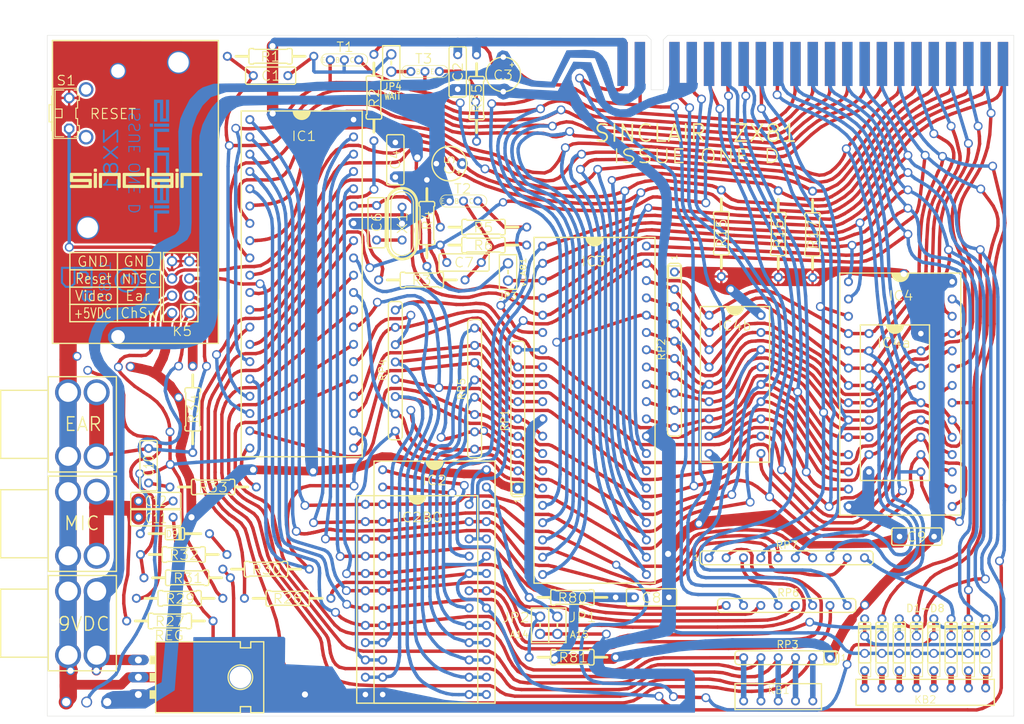
<source format=kicad_pcb>
(kicad_pcb
	(version 20240108)
	(generator "pcbnew")
	(generator_version "8.0")
	(general
		(thickness 1.6)
		(legacy_teardrops no)
	)
	(paper "A")
	(title_block
		(title "ZX81 Issue ONE D")
		(date "2024")
		(company "Sinclair")
	)
	(layers
		(0 "F.Cu" signal)
		(31 "B.Cu" signal)
		(32 "B.Adhes" user "B.Adhesive")
		(33 "F.Adhes" user "F.Adhesive")
		(34 "B.Paste" user)
		(35 "F.Paste" user)
		(36 "B.SilkS" user "B.Silkscreen")
		(37 "F.SilkS" user "F.Silkscreen")
		(38 "B.Mask" user)
		(39 "F.Mask" user)
		(40 "Dwgs.User" user "User.Drawings")
		(41 "Cmts.User" user "User.Comments")
		(42 "Eco1.User" user "User.Eco1")
		(43 "Eco2.User" user "User.Eco2")
		(44 "Edge.Cuts" user)
		(45 "Margin" user)
		(46 "B.CrtYd" user "B.Courtyard")
		(47 "F.CrtYd" user "F.Courtyard")
		(48 "B.Fab" user)
		(49 "F.Fab" user)
		(50 "User.1" user)
		(51 "User.2" user)
		(52 "User.3" user)
		(53 "User.4" user)
		(54 "User.5" user)
		(55 "User.6" user)
		(56 "User.7" user)
		(57 "User.8" user)
		(58 "User.9" user)
	)
	(setup
		(pad_to_mask_clearance 0)
		(allow_soldermask_bridges_in_footprints no)
		(pcbplotparams
			(layerselection 0x00010fc_ffffffff)
			(plot_on_all_layers_selection 0x0000000_00000000)
			(disableapertmacros no)
			(usegerberextensions no)
			(usegerberattributes yes)
			(usegerberadvancedattributes yes)
			(creategerberjobfile yes)
			(dashed_line_dash_ratio 12.000000)
			(dashed_line_gap_ratio 3.000000)
			(svgprecision 4)
			(plotframeref no)
			(viasonmask no)
			(mode 1)
			(useauxorigin no)
			(hpglpennumber 1)
			(hpglpenspeed 20)
			(hpglpendiameter 15.000000)
			(pdf_front_fp_property_popups yes)
			(pdf_back_fp_property_popups yes)
			(dxfpolygonmode yes)
			(dxfimperialunits yes)
			(dxfusepcbnewfont yes)
			(psnegative no)
			(psa4output no)
			(plotreference yes)
			(plotvalue yes)
			(plotfptext yes)
			(plotinvisibletext no)
			(sketchpadsonfab no)
			(subtractmaskfromsilk no)
			(outputformat 1)
			(mirror no)
			(drillshape 0)
			(scaleselection 1)
			(outputdirectory "Test/")
		)
	)
	(net 0 "")
	(net 1 "D0")
	(net 2 "D1")
	(net 3 "D2")
	(net 4 "D3")
	(net 5 "D4")
	(net 6 "D5")
	(net 7 "D6")
	(net 8 "D7")
	(net 9 "D'0")
	(net 10 "D'1")
	(net 11 "D'2")
	(net 12 "D'3")
	(net 13 "D'4")
	(net 14 "D'5")
	(net 15 "D'6")
	(net 16 "D'7")
	(net 17 "+5V")
	(net 18 "GND")
	(net 19 "A0")
	(net 20 "A1")
	(net 21 "A2")
	(net 22 "A3")
	(net 23 "A4")
	(net 24 "A5")
	(net 25 "A7")
	(net 26 "A8")
	(net 27 "A9")
	(net 28 "A10")
	(net 29 "A11")
	(net 30 "A12")
	(net 31 "A13")
	(net 32 "A14")
	(net 33 "A15")
	(net 34 "A'0")
	(net 35 "A'1")
	(net 36 "A'2")
	(net 37 "A'3")
	(net 38 "A'4")
	(net 39 "A'5")
	(net 40 "A'6")
	(net 41 "A'7")
	(net 42 "A'8")
	(net 43 "/M1")
	(net 44 "/MREQ")
	(net 45 "/IORQ")
	(net 46 "/RD")
	(net 47 "/WR")
	(net 48 "/RFSH")
	(net 49 "/HALT")
	(net 50 "/WAIT")
	(net 51 "A6/INT")
	(net 52 "/NMI")
	(net 53 "/RESET")
	(net 54 "/BUSRQ")
	(net 55 "/BUSAK")
	(net 56 "CLK")
	(net 57 "/RAMCS")
	(net 58 "/ROMCS")
	(net 59 "N$1")
	(net 60 "N$2")
	(net 61 "KBD0")
	(net 62 "KBD1")
	(net 63 "KBD2")
	(net 64 "KBD3")
	(net 65 "KBD4")
	(net 66 "USA/UK")
	(net 67 "N$17")
	(net 68 "TAPE_IN")
	(net 69 "TAPEIN")
	(net 70 "VIDEO")
	(net 71 "N$21")
	(net 72 "TAPE_OUT")
	(net 73 "N$23")
	(net 74 "N$25")
	(net 75 "CHNSW")
	(net 76 "N$3")
	(net 77 "N$4")
	(net 78 "N$5")
	(net 79 "N$6")
	(net 80 "PHI")
	(net 81 "+9V")
	(net 82 "N$8")
	(net 83 "N$9")
	(net 84 "N$10")
	(net 85 "N$11")
	(net 86 "N$12")
	(net 87 "N$13")
	(net 88 "N$14")
	(net 89 "N$15")
	(net 90 "N$152")
	(net 91 "N$153")
	(net 92 "N$155")
	(net 93 "N$18")
	(net 94 "N$19")
	(net 95 "N$16")
	(net 96 "N$20")
	(footprint "ZXKLINKE4POL" (layer "F.Cu") (at 82.64485 141.35485))
	(footprint "DIL18" (layer "F.Cu") (at 202.02485 108.96985))
	(footprint "JUMPER" (layer "F.Cu") (at 145.187218 89.76296 -90))
	(footprint "R207_12" (layer "F.Cu") (at 154.641006 146.359082))
	(footprint "SIL8P" (layer "F.Cu") (at 140.27745 106.897932 -90))
	(footprint "C025-025X050" (layer "F.Cu") (at 92.37235 118.2186 -90))
	(footprint "SIL10" (layer "F.Cu") (at 169.63985 101.1911 -90))
	(footprint "ZX81CON" (layer "F.Cu") (at 189.9561 56.6596))
	(footprint "C025-025X050" (layer "F.Cu") (at 138.7211 88.3661))
	(footprint "R207_12" (layer "F.Cu") (at 110.29485 58.06985))
	(footprint "JUMPER" (layer "F.Cu") (at 152.4311 141.6686 90))
	(footprint "E3,8-5" (layer "F.Cu") (at 136.5561 73.8436 180))
	(footprint "R207_12" (layer "F.Cu") (at 109.63235 133.41735 180))
	(footprint "DIL28" (layer "F.Cu") (at 202.8186 105.15985))
	(footprint "78XXL" (layer "F.Cu") (at 90.8745 149.3 -90))
	(footprint "D-TR-10" (layer "F.Cu") (at 212.81985 144.52985 -90))
	(footprint (layer "F.Cu") (at 214.2486 82.61735))
	(footprint (layer "F.Cu") (at 149.7961 72.2986))
	(footprint "C025-025X050" (layer "F.Cu") (at 125.878287 82.52931 -90))
	(footprint "C025-025X050" (layer "F.Cu") (at 110.3011 60.9161))
	(footprint "ZXKLINKE4POL" (layer "F.Cu") (at 82.64485 112.14485))
	(footprint "D-TR-10" (layer "F.Cu") (at 197.57985 144.52985 -90))
	(footprint "R207_12" (layer "F.Cu") (at 125.480125 64.137991 90))
	(footprint "ZXKBD8" (layer "F.Cu") (at 206.46985 150.87985))
	(footprint "R207_12" (layer "F.Cu") (at 140.562159 64.213391 90))
	(footprint "R207_12" (layer "F.Cu") (at 132.51985 90.92985))
	(footprint "JUMPER" (layer "F.Cu") (at 128.033806 59.05405 -90))
	(footprint "SIL8P" (layer "F.Cu") (at 128.6261 104.2536 -90))
	(footprint "C025-025X050" (layer "F.Cu") (at 128.630212 73.273979 -90))
	(footprint "R207_12" (layer "F.Cu") (at 141.5686 85.80485))
	(footprint "B3F-31XX" (layer "F.Cu") (at 81.9461 66.4536 -90))
	(footprint "R207_12" (layer "F.Cu") (at 133.260621 82.58275 -90))
	(footprint "D-TR-10" (layer "F.Cu") (at 138.64 79.33))
	(footprint "C025-025X050"
		(layer "F.Cu")
		(uuid "6977ef4b-fce2-4969-8401-c51b5f782198")
		(at 205.24485 128.6361 180)
		(property "Reference" "C9"
			(at -1.50515 0.7861 0)
			(unlocked yes)
			(layer "F.SilkS")
			(uuid "40d5f58f-716d-4226-bf49-bf3658899876")
			(effects
				(font
					(size 1.4 1.5)
					(thickness 0.15)
				)
				(justify right top)
			)
		)
		(property "Value" "100n"
			(at -2.286 2.794 0)
			(unlocked yes)
			(layer "F.Fab")
			(uuid "2e058803-54ce-488f-825e-d34bac87f068")
			(effects
				(font
					(size 1.1557 1.1557)
					(thickness 0.1143)
				)
				(justify right top)
			)
		)
		(property "Footprint" ""
			(at 0 0 180)
			(unlocked yes)
			(layer "F.Fab")
			(hide yes)
			(uuid "b0aca92a-f782-452f-b2fc-c9367ae8d782")
			(effects
				(font
					(size 1.27 1.27)
				)
			)
		)
		(property "Datasheet" ""
			(at 0 0 180)
			(unlocked yes)
			(layer "F.Fab")
			(hide yes)
			(uuid "70364d6e-6e96-45bc-98f7-a9a2f68dbe26")
			(effects
				(font
					(size 1.27 1.27)
				)
			)
		)
		(property "Description" ""
			(at 0 0 180)
			(unlocked yes)
			(layer "F.Fab")
			(hide yes)
			(uuid "41552b1e-a5f0-48ba-ac12-f6e8031ef410")
			(effects
				(font
					(size 1.27 1.27)
				)
			)
		)
		(fp_line
			(start 3.683 -1.016)
			(end 3.683 1.016)
			(stroke
				(width 0.2)
				(type solid)
			)
			(layer "F.SilkS")
			(uuid "de9c6726-8cc5-430c-bd59-cc9ca99ca783")
		)
		(fp_line
			(start 3.429 1.27)
			(end -3.429 1.27)
			(stroke
				(width 0.2)
				(type solid)
			)
			(layer "F.SilkS")
			(uuid "5111a3c9-96d6-4233-bc9e-4580ce577ea6")
		)
		(fp_line
			(start -3.429 -1.27)
			(end 3.429 -1.27)
			(stroke
				(width 0.2)
				(type solid)
			)
			(layer "F.SilkS")
			(uuid "324bad5e-7c12-4877-853c-8f48ed9df0a3")
		)
		(fp_line
			(start -3.683 -1.016)
			(end -3.683 1.016)
			(stroke
				(width 0.2)
				(type solid)
			)
			(layer "F.SilkS")
			(uuid "0369e194-8bf7-4b6a-9402-4badbd977386")
		)
		(fp_arc
			(start 3.683 1.016)
			(mid 3.608605 1.195605)
			(end 3.429 1.27)
			(stroke
				(width 0.2)
				(type solid)
			)
			(layer "F.SilkS")
			(uuid "226cdc1
... [1833972 chars truncated]
</source>
